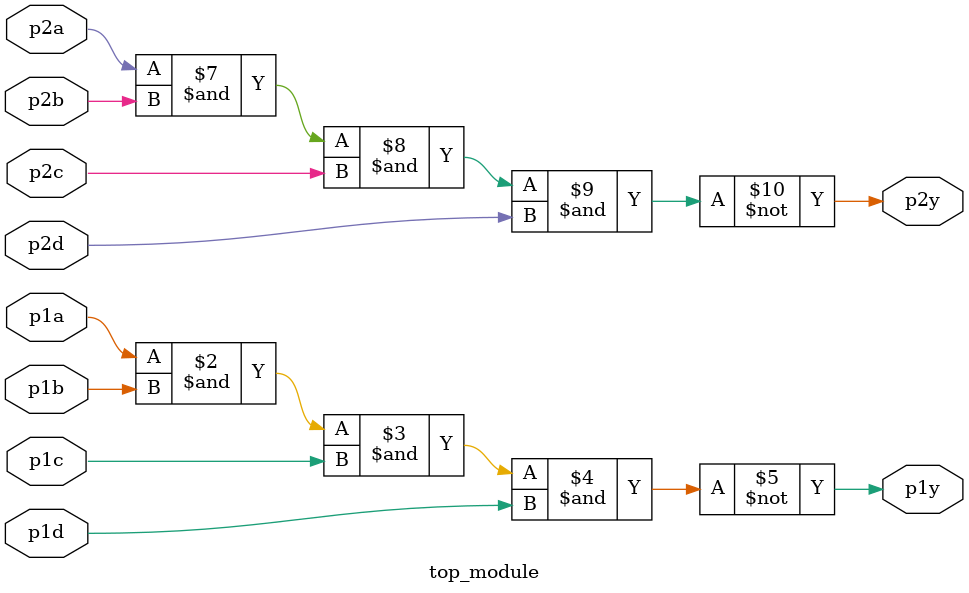
<source format=v>
module top_module ( 
    input p1a, p1b, p1c, p1d,
    output reg p1y,
    input p2a, p2b, p2c, p2d,
    output reg p2y );
    
    always@(p1a,p1b,p1c,p1d)
    p1y<=~(p1a&p1b&p1c&p1d);
    always@(p2a,p2b,p2c,p2d)
    p2y<=~(p2a&p2b&p2c&p2d);

endmodule

</source>
